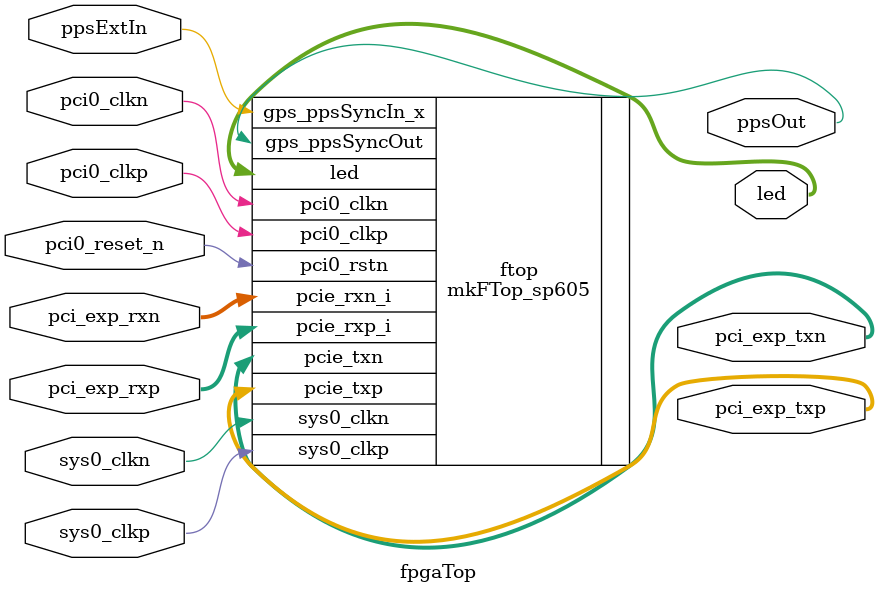
<source format=v>

module fpgaTop(
  input  wire        sys0_clkp,     // sys0 Clock +
  input  wire        sys0_clkn,     // sys0 Clock -
  input  wire        pci0_clkp,     // PCIe Clock +
  input  wire        pci0_clkn,     // PCIe Clock -
  input  wire        pci0_reset_n,  // PCIe Reset
  output wire [7:0]  pci_exp_txp,   // PCIe lanes...
  output wire [7:0]  pci_exp_txn,
  input  wire [7:0]  pci_exp_rxp,
  input  wire [7:0]  pci_exp_rxn,
  output wire [2:0]  led,            // LEDs ml555
  input  wire        ppsExtIn,       // PPS in
  output wire        ppsOut          // PPS out
);

// Instance and connect mkFTop...
 mkFTop_sp605 ftop(
  .sys0_clkp         (sys0_clkp),
  .sys0_clkn         (sys0_clkn),
  .pci0_clkp         (pci0_clkp),
  .pci0_clkn         (pci0_clkn),
  .pci0_rstn         (pci0_reset_n),
  .pcie_rxp_i        (pci_exp_rxp),
  .pcie_rxn_i        (pci_exp_rxn),
  .pcie_txp          (pci_exp_txp),
  .pcie_txn          (pci_exp_txn),
  .led               (led),
  .gps_ppsSyncIn_x   (ppsExtIn),
  .gps_ppsSyncOut    (ppsOut) 
);

endmodule

</source>
